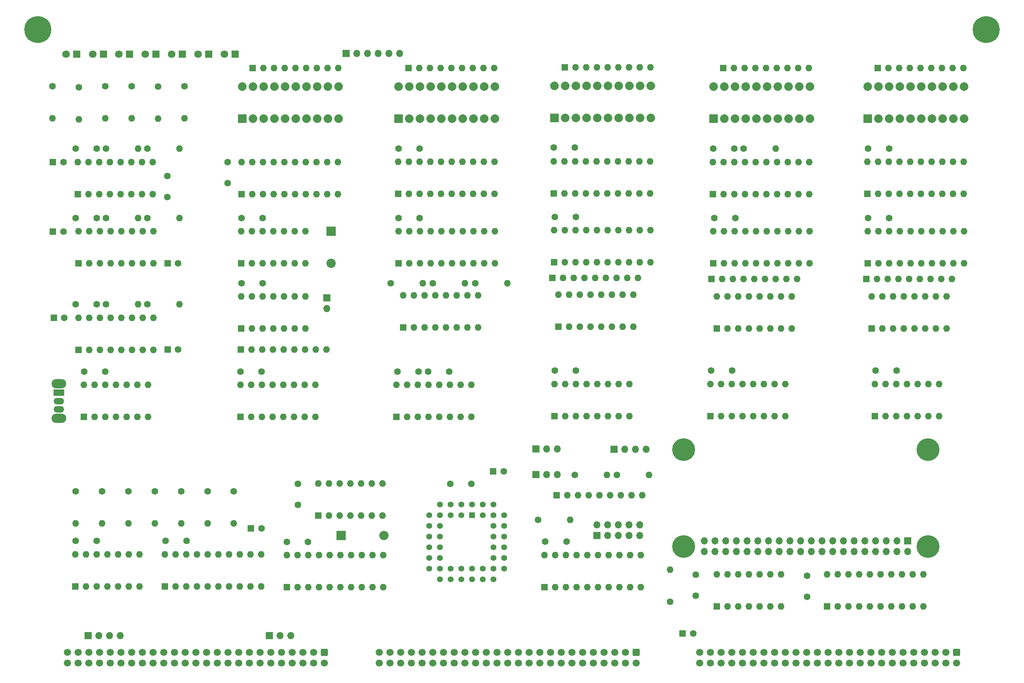
<source format=gbr>
%TF.GenerationSoftware,KiCad,Pcbnew,(6.0.11)*%
%TF.CreationDate,2024-03-10T14:23:24-04:00*%
%TF.ProjectId,input-output.SelfHost,696e7075-742d-46f7-9574-7075742e5365,rev?*%
%TF.SameCoordinates,Original*%
%TF.FileFunction,Soldermask,Bot*%
%TF.FilePolarity,Negative*%
%FSLAX46Y46*%
G04 Gerber Fmt 4.6, Leading zero omitted, Abs format (unit mm)*
G04 Created by KiCad (PCBNEW (6.0.11)) date 2024-03-10 14:23:24*
%MOMM*%
%LPD*%
G01*
G04 APERTURE LIST*
G04 Aperture macros list*
%AMRoundRect*
0 Rectangle with rounded corners*
0 $1 Rounding radius*
0 $2 $3 $4 $5 $6 $7 $8 $9 X,Y pos of 4 corners*
0 Add a 4 corners polygon primitive as box body*
4,1,4,$2,$3,$4,$5,$6,$7,$8,$9,$2,$3,0*
0 Add four circle primitives for the rounded corners*
1,1,$1+$1,$2,$3*
1,1,$1+$1,$4,$5*
1,1,$1+$1,$6,$7*
1,1,$1+$1,$8,$9*
0 Add four rect primitives between the rounded corners*
20,1,$1+$1,$2,$3,$4,$5,0*
20,1,$1+$1,$4,$5,$6,$7,0*
20,1,$1+$1,$6,$7,$8,$9,0*
20,1,$1+$1,$8,$9,$2,$3,0*%
G04 Aperture macros list end*
%ADD10C,6.400000*%
%ADD11RoundRect,0.250000X-0.600000X0.600000X-0.600000X-0.600000X0.600000X-0.600000X0.600000X0.600000X0*%
%ADD12C,1.700000*%
%ADD13C,1.600000*%
%ADD14O,1.600000X1.600000*%
%ADD15R,1.600000X1.600000*%
%ADD16R,1.800000X1.800000*%
%ADD17C,1.800000*%
%ADD18R,2.032000X2.032000*%
%ADD19C,2.032000*%
%ADD20R,1.700000X1.700000*%
%ADD21O,1.700000X1.700000*%
%ADD22C,5.400000*%
%ADD23R,2.200000X2.200000*%
%ADD24O,2.200000X2.200000*%
%ADD25R,1.422400X1.422400*%
%ADD26C,1.422400*%
%ADD27O,3.500000X2.200000*%
%ADD28R,2.500000X1.500000*%
%ADD29O,2.500000X1.500000*%
G04 APERTURE END LIST*
D10*
%TO.C,H2*%
X265000000Y-75000000D03*
%TD*%
%TO.C,H1*%
X40000000Y-75000000D03*
%TD*%
D11*
%TO.C,P2*%
X182000000Y-223000000D03*
D12*
X182000000Y-225540000D03*
X179460000Y-223000000D03*
X179460000Y-225540000D03*
X176920000Y-223000000D03*
X176920000Y-225540000D03*
X174380000Y-223000000D03*
X174380000Y-225540000D03*
X171840000Y-223000000D03*
X171840000Y-225540000D03*
X169300000Y-223000000D03*
X169300000Y-225540000D03*
X166760000Y-223000000D03*
X166760000Y-225540000D03*
X164220000Y-223000000D03*
X164220000Y-225540000D03*
X161680000Y-223000000D03*
X161680000Y-225540000D03*
X159140000Y-223000000D03*
X159140000Y-225540000D03*
X156600000Y-223000000D03*
X156600000Y-225540000D03*
X154060000Y-223000000D03*
X154060000Y-225540000D03*
X151520000Y-223000000D03*
X151520000Y-225540000D03*
X148980000Y-223000000D03*
X148980000Y-225540000D03*
X146440000Y-223000000D03*
X146440000Y-225540000D03*
X143900000Y-223000000D03*
X143900000Y-225540000D03*
X141360000Y-223000000D03*
X141360000Y-225540000D03*
X138820000Y-223000000D03*
X138820000Y-225540000D03*
X136280000Y-223000000D03*
X136280000Y-225540000D03*
X133740000Y-223000000D03*
X133740000Y-225540000D03*
X131200000Y-223000000D03*
X131200000Y-225540000D03*
X128660000Y-223000000D03*
X128660000Y-225540000D03*
X126120000Y-223000000D03*
X126120000Y-225540000D03*
X123580000Y-223000000D03*
X123580000Y-225540000D03*
X121040000Y-223000000D03*
X121040000Y-225540000D03*
%TD*%
D11*
%TO.C,P3*%
X258000000Y-223000000D03*
D12*
X258000000Y-225540000D03*
X255460000Y-223000000D03*
X255460000Y-225540000D03*
X252920000Y-223000000D03*
X252920000Y-225540000D03*
X250380000Y-223000000D03*
X250380000Y-225540000D03*
X247840000Y-223000000D03*
X247840000Y-225540000D03*
X245300000Y-223000000D03*
X245300000Y-225540000D03*
X242760000Y-223000000D03*
X242760000Y-225540000D03*
X240220000Y-223000000D03*
X240220000Y-225540000D03*
X237680000Y-223000000D03*
X237680000Y-225540000D03*
X235140000Y-223000000D03*
X235140000Y-225540000D03*
X232600000Y-223000000D03*
X232600000Y-225540000D03*
X230060000Y-223000000D03*
X230060000Y-225540000D03*
X227520000Y-223000000D03*
X227520000Y-225540000D03*
X224980000Y-223000000D03*
X224980000Y-225540000D03*
X222440000Y-223000000D03*
X222440000Y-225540000D03*
X219900000Y-223000000D03*
X219900000Y-225540000D03*
X217360000Y-223000000D03*
X217360000Y-225540000D03*
X214820000Y-223000000D03*
X214820000Y-225540000D03*
X212280000Y-223000000D03*
X212280000Y-225540000D03*
X209740000Y-223000000D03*
X209740000Y-225540000D03*
X207200000Y-223000000D03*
X207200000Y-225540000D03*
X204660000Y-223000000D03*
X204660000Y-225540000D03*
X202120000Y-223000000D03*
X202120000Y-225540000D03*
X199580000Y-223000000D03*
X199580000Y-225540000D03*
X197040000Y-223000000D03*
X197040000Y-225540000D03*
%TD*%
D11*
%TO.C,P1*%
X108000000Y-223000000D03*
D12*
X108000000Y-225540000D03*
X105460000Y-223000000D03*
X105460000Y-225540000D03*
X102920000Y-223000000D03*
X102920000Y-225540000D03*
X100380000Y-223000000D03*
X100380000Y-225540000D03*
X97840000Y-223000000D03*
X97840000Y-225540000D03*
X95300000Y-223000000D03*
X95300000Y-225540000D03*
X92760000Y-223000000D03*
X92760000Y-225540000D03*
X90220000Y-223000000D03*
X90220000Y-225540000D03*
X87680000Y-223000000D03*
X87680000Y-225540000D03*
X85140000Y-223000000D03*
X85140000Y-225540000D03*
X82600000Y-223000000D03*
X82600000Y-225540000D03*
X80060000Y-223000000D03*
X80060000Y-225540000D03*
X77520000Y-223000000D03*
X77520000Y-225540000D03*
X74980000Y-223000000D03*
X74980000Y-225540000D03*
X72440000Y-223000000D03*
X72440000Y-225540000D03*
X69900000Y-223000000D03*
X69900000Y-225540000D03*
X67360000Y-223000000D03*
X67360000Y-225540000D03*
X64820000Y-223000000D03*
X64820000Y-225540000D03*
X62280000Y-223000000D03*
X62280000Y-225540000D03*
X59740000Y-223000000D03*
X59740000Y-225540000D03*
X57200000Y-223000000D03*
X57200000Y-225540000D03*
X54660000Y-223000000D03*
X54660000Y-225540000D03*
X52120000Y-223000000D03*
X52120000Y-225540000D03*
X49580000Y-223000000D03*
X49580000Y-225540000D03*
X47040000Y-223000000D03*
X47040000Y-225540000D03*
%TD*%
D13*
%TO.C,R7*%
X61500000Y-184690000D03*
D14*
X61500000Y-192310000D03*
%TD*%
D13*
%TO.C,R18*%
X123690000Y-135250000D03*
D14*
X131310000Y-135250000D03*
%TD*%
D15*
%TO.C,SW3*%
X126700000Y-145767500D03*
D14*
X129240000Y-145767500D03*
X131780000Y-145767500D03*
X134320000Y-145767500D03*
X136860000Y-145767500D03*
X139400000Y-145767500D03*
X141940000Y-145767500D03*
X144480000Y-145767500D03*
X144480000Y-138147500D03*
X141940000Y-138147500D03*
X139400000Y-138147500D03*
X136860000Y-138147500D03*
X134320000Y-138147500D03*
X131780000Y-138147500D03*
X129240000Y-138147500D03*
X126700000Y-138147500D03*
%TD*%
D13*
%TO.C,C29*%
X125600000Y-119750000D03*
X130600000Y-119750000D03*
%TD*%
D16*
%TO.C,D6*%
X74290000Y-80850000D03*
D17*
X71750000Y-80850000D03*
%TD*%
D18*
%TO.C,BAR4*%
X125600000Y-96155000D03*
D19*
X128140000Y-96155000D03*
X130680000Y-96155000D03*
X133220000Y-96155000D03*
X135760000Y-96155000D03*
X138300000Y-96155000D03*
X140840000Y-96155000D03*
X143380000Y-96155000D03*
X145920000Y-96155000D03*
X148460000Y-96155000D03*
X148460000Y-88535000D03*
X145920000Y-88535000D03*
X143380000Y-88535000D03*
X140840000Y-88535000D03*
X138300000Y-88535000D03*
X135760000Y-88535000D03*
X133220000Y-88535000D03*
X130680000Y-88535000D03*
X128140000Y-88535000D03*
X125600000Y-88535000D03*
%TD*%
D20*
%TO.C,J1*%
X246400000Y-196500000D03*
D21*
X246400000Y-199040000D03*
X243860000Y-196500000D03*
X243860000Y-199040000D03*
X241320000Y-196500000D03*
X241320000Y-199040000D03*
X238780000Y-196500000D03*
X238780000Y-199040000D03*
X236240000Y-196500000D03*
X236240000Y-199040000D03*
X233700000Y-196500000D03*
X233700000Y-199040000D03*
X231160000Y-196500000D03*
X231160000Y-199040000D03*
X228620000Y-196500000D03*
X228620000Y-199040000D03*
X226080000Y-196500000D03*
X226080000Y-199040000D03*
X223540000Y-196500000D03*
X223540000Y-199040000D03*
X221000000Y-196500000D03*
X221000000Y-199040000D03*
X218460000Y-196500000D03*
X218460000Y-199040000D03*
X215920000Y-196500000D03*
X215920000Y-199040000D03*
X213380000Y-196500000D03*
X213380000Y-199040000D03*
X210840000Y-196500000D03*
X210840000Y-199040000D03*
X208300000Y-196500000D03*
X208300000Y-199040000D03*
X205760000Y-196500000D03*
X205760000Y-199040000D03*
X203220000Y-196500000D03*
X203220000Y-199040000D03*
X200680000Y-196500000D03*
X200680000Y-199040000D03*
X198140000Y-196500000D03*
X198140000Y-199040000D03*
D22*
X251250000Y-197800000D03*
X193250000Y-197800000D03*
X251250000Y-174800000D03*
X193250000Y-174800000D03*
%TD*%
D15*
%TO.C,C15*%
X43794900Y-143500000D03*
D13*
X46294900Y-143500000D03*
%TD*%
%TO.C,C36*%
X49000000Y-140250000D03*
X54000000Y-140250000D03*
%TD*%
%TO.C,R2*%
X167440000Y-180790000D03*
D14*
X175060000Y-180790000D03*
%TD*%
D15*
%TO.C,U7*%
X125600000Y-130500000D03*
D14*
X128140000Y-130500000D03*
X130680000Y-130500000D03*
X133220000Y-130500000D03*
X135760000Y-130500000D03*
X138300000Y-130500000D03*
X140840000Y-130500000D03*
X143380000Y-130500000D03*
X145920000Y-130500000D03*
X148460000Y-130500000D03*
X148460000Y-122880000D03*
X145920000Y-122880000D03*
X143380000Y-122880000D03*
X140840000Y-122880000D03*
X138300000Y-122880000D03*
X135760000Y-122880000D03*
X133220000Y-122880000D03*
X130680000Y-122880000D03*
X128140000Y-122880000D03*
X125600000Y-122880000D03*
%TD*%
D15*
%TO.C,C22*%
X148044900Y-180000000D03*
D13*
X150544900Y-180000000D03*
%TD*%
%TO.C,C10*%
X142900000Y-182940000D03*
X137900000Y-182940000D03*
%TD*%
D15*
%TO.C,C34*%
X70794900Y-130500000D03*
D13*
X73294900Y-130500000D03*
%TD*%
D20*
%TO.C,J2*%
X176700000Y-174720000D03*
D21*
X179240000Y-174720000D03*
X181780000Y-174720000D03*
X184320000Y-174720000D03*
%TD*%
D15*
%TO.C,U24*%
X88225000Y-130500000D03*
D14*
X90765000Y-130500000D03*
X93305000Y-130500000D03*
X95845000Y-130500000D03*
X98385000Y-130500000D03*
X100925000Y-130500000D03*
X103465000Y-130500000D03*
X103465000Y-122880000D03*
X100925000Y-122880000D03*
X98385000Y-122880000D03*
X95845000Y-122880000D03*
X93305000Y-122880000D03*
X90765000Y-122880000D03*
X88225000Y-122880000D03*
%TD*%
D16*
%TO.C,D1*%
X49250000Y-80850000D03*
D17*
X46710000Y-80850000D03*
%TD*%
D13*
%TO.C,R28*%
X158690000Y-191500000D03*
D14*
X166310000Y-191500000D03*
%TD*%
D13*
%TO.C,C14*%
X160425000Y-196650000D03*
X165425000Y-196650000D03*
%TD*%
%TO.C,C7*%
X162450000Y-103000000D03*
X167450000Y-103000000D03*
%TD*%
%TO.C,R25*%
X66000000Y-140250000D03*
D14*
X73620000Y-140250000D03*
%TD*%
D15*
%TO.C,C20*%
X193000000Y-218500000D03*
D13*
X195500000Y-218500000D03*
%TD*%
D15*
%TO.C,RR8*%
X199825000Y-134250000D03*
D14*
X202365000Y-134250000D03*
X204905000Y-134250000D03*
X207445000Y-134250000D03*
X209985000Y-134250000D03*
X212525000Y-134250000D03*
X215065000Y-134250000D03*
X217605000Y-134250000D03*
X220145000Y-134250000D03*
%TD*%
D15*
%TO.C,U20*%
X88100000Y-167000000D03*
D14*
X90640000Y-167000000D03*
X93180000Y-167000000D03*
X95720000Y-167000000D03*
X98260000Y-167000000D03*
X100800000Y-167000000D03*
X103340000Y-167000000D03*
X105880000Y-167000000D03*
X105880000Y-159380000D03*
X103340000Y-159380000D03*
X100800000Y-159380000D03*
X98260000Y-159380000D03*
X95720000Y-159380000D03*
X93180000Y-159380000D03*
X90640000Y-159380000D03*
X88100000Y-159380000D03*
%TD*%
D15*
%TO.C,U23*%
X238625000Y-166800000D03*
D14*
X241165000Y-166800000D03*
X243705000Y-166800000D03*
X246245000Y-166800000D03*
X248785000Y-166800000D03*
X251325000Y-166800000D03*
X253865000Y-166800000D03*
X253865000Y-159180000D03*
X251325000Y-159180000D03*
X248785000Y-159180000D03*
X246245000Y-159180000D03*
X243705000Y-159180000D03*
X241165000Y-159180000D03*
X238625000Y-159180000D03*
%TD*%
D15*
%TO.C,U28*%
X106575000Y-190500000D03*
D14*
X109115000Y-190500000D03*
X111655000Y-190500000D03*
X114195000Y-190500000D03*
X116735000Y-190500000D03*
X119275000Y-190500000D03*
X121815000Y-190500000D03*
X121815000Y-182880000D03*
X119275000Y-182880000D03*
X116735000Y-182880000D03*
X114195000Y-182880000D03*
X111655000Y-182880000D03*
X109115000Y-182880000D03*
X106575000Y-182880000D03*
%TD*%
D15*
%TO.C,U21*%
X160250000Y-207450000D03*
D14*
X162790000Y-207450000D03*
X165330000Y-207450000D03*
X167870000Y-207450000D03*
X170410000Y-207450000D03*
X172950000Y-207450000D03*
X175490000Y-207450000D03*
X178030000Y-207450000D03*
X180570000Y-207450000D03*
X183110000Y-207450000D03*
X183110000Y-199830000D03*
X180570000Y-199830000D03*
X178030000Y-199830000D03*
X175490000Y-199830000D03*
X172950000Y-199830000D03*
X170410000Y-199830000D03*
X167870000Y-199830000D03*
X165330000Y-199830000D03*
X162790000Y-199830000D03*
X160250000Y-199830000D03*
%TD*%
D15*
%TO.C,U4*%
X236927500Y-130500000D03*
D14*
X239467500Y-130500000D03*
X242007500Y-130500000D03*
X244547500Y-130500000D03*
X247087500Y-130500000D03*
X249627500Y-130500000D03*
X252167500Y-130500000D03*
X254707500Y-130500000D03*
X257247500Y-130500000D03*
X259787500Y-130500000D03*
X259787500Y-122880000D03*
X257247500Y-122880000D03*
X254707500Y-122880000D03*
X252167500Y-122880000D03*
X249627500Y-122880000D03*
X247087500Y-122880000D03*
X244547500Y-122880000D03*
X242007500Y-122880000D03*
X239467500Y-122880000D03*
X236927500Y-122880000D03*
%TD*%
D13*
%TO.C,C3*%
X238750000Y-156000000D03*
X243750000Y-156000000D03*
%TD*%
%TO.C,R24*%
X65940000Y-103250000D03*
D14*
X73560000Y-103250000D03*
%TD*%
D13*
%TO.C,C9*%
X196125000Y-204550000D03*
X196125000Y-209550000D03*
%TD*%
D15*
%TO.C,SW2*%
X237850000Y-146017500D03*
D14*
X240390000Y-146017500D03*
X242930000Y-146017500D03*
X245470000Y-146017500D03*
X248010000Y-146017500D03*
X250550000Y-146017500D03*
X253090000Y-146017500D03*
X255630000Y-146017500D03*
X255630000Y-138397500D03*
X253090000Y-138397500D03*
X250550000Y-138397500D03*
X248010000Y-138397500D03*
X245470000Y-138397500D03*
X242930000Y-138397500D03*
X240390000Y-138397500D03*
X237850000Y-138397500D03*
%TD*%
D13*
%TO.C,C37*%
X88350000Y-119750000D03*
X93350000Y-119750000D03*
%TD*%
D20*
%TO.C,J9*%
X94975000Y-219000000D03*
D21*
X97515000Y-219000000D03*
X100055000Y-219000000D03*
%TD*%
D13*
%TO.C,R1*%
X49000000Y-184690000D03*
D14*
X49000000Y-192310000D03*
%TD*%
D15*
%TO.C,U18*%
X162600000Y-166800000D03*
D14*
X165140000Y-166800000D03*
X167680000Y-166800000D03*
X170220000Y-166800000D03*
X172760000Y-166800000D03*
X175300000Y-166800000D03*
X177840000Y-166800000D03*
X180380000Y-166800000D03*
X180380000Y-159180000D03*
X177840000Y-159180000D03*
X175300000Y-159180000D03*
X172760000Y-159180000D03*
X170220000Y-159180000D03*
X167680000Y-159180000D03*
X165140000Y-159180000D03*
X162600000Y-159180000D03*
%TD*%
D15*
%TO.C,U12*%
X88322500Y-114100000D03*
D14*
X90862500Y-114100000D03*
X93402500Y-114100000D03*
X95942500Y-114100000D03*
X98482500Y-114100000D03*
X101022500Y-114100000D03*
X103562500Y-114100000D03*
X106102500Y-114100000D03*
X108642500Y-114100000D03*
X111182500Y-114100000D03*
X111182500Y-106480000D03*
X108642500Y-106480000D03*
X106102500Y-106480000D03*
X103562500Y-106480000D03*
X101022500Y-106480000D03*
X98482500Y-106480000D03*
X95942500Y-106480000D03*
X93402500Y-106480000D03*
X90862500Y-106480000D03*
X88322500Y-106480000D03*
%TD*%
D15*
%TO.C,U10*%
X162422500Y-113900000D03*
D14*
X164962500Y-113900000D03*
X167502500Y-113900000D03*
X170042500Y-113900000D03*
X172582500Y-113900000D03*
X175122500Y-113900000D03*
X177662500Y-113900000D03*
X180202500Y-113900000D03*
X182742500Y-113900000D03*
X185282500Y-113900000D03*
X185282500Y-106280000D03*
X182742500Y-106280000D03*
X180202500Y-106280000D03*
X177662500Y-106280000D03*
X175122500Y-106280000D03*
X172582500Y-106280000D03*
X170042500Y-106280000D03*
X167502500Y-106280000D03*
X164962500Y-106280000D03*
X162422500Y-106280000D03*
%TD*%
D13*
%TO.C,C19*%
X200500000Y-119750000D03*
X205500000Y-119750000D03*
%TD*%
%TO.C,R19*%
X133690000Y-135250000D03*
D14*
X141310000Y-135250000D03*
%TD*%
D13*
%TO.C,C6*%
X125600000Y-103250000D03*
X130600000Y-103250000D03*
%TD*%
D15*
%TO.C,U14*%
X227250000Y-212050000D03*
D14*
X229790000Y-212050000D03*
X232330000Y-212050000D03*
X234870000Y-212050000D03*
X237410000Y-212050000D03*
X239950000Y-212050000D03*
X242490000Y-212050000D03*
X245030000Y-212050000D03*
X247570000Y-212050000D03*
X250110000Y-212050000D03*
X250110000Y-204430000D03*
X247570000Y-204430000D03*
X245030000Y-204430000D03*
X242490000Y-204430000D03*
X239950000Y-204430000D03*
X237410000Y-204430000D03*
X234870000Y-204430000D03*
X232330000Y-204430000D03*
X229790000Y-204430000D03*
X227250000Y-204430000D03*
%TD*%
D15*
%TO.C,RR9*%
X162075000Y-134000000D03*
D14*
X164615000Y-134000000D03*
X167155000Y-134000000D03*
X169695000Y-134000000D03*
X172235000Y-134000000D03*
X174775000Y-134000000D03*
X177315000Y-134000000D03*
X179855000Y-134000000D03*
X182395000Y-134000000D03*
%TD*%
D20*
%TO.C,P7*%
X51950000Y-219000000D03*
D21*
X54490000Y-219000000D03*
X57030000Y-219000000D03*
X59570000Y-219000000D03*
%TD*%
D15*
%TO.C,SW_HEX_3_1*%
X163550000Y-145567500D03*
D14*
X166090000Y-145567500D03*
X168630000Y-145567500D03*
X171170000Y-145567500D03*
X173710000Y-145567500D03*
X176250000Y-145567500D03*
X178790000Y-145567500D03*
X181330000Y-145567500D03*
X181330000Y-137947500D03*
X178790000Y-137947500D03*
X176250000Y-137947500D03*
X173710000Y-137947500D03*
X171170000Y-137947500D03*
X168630000Y-137947500D03*
X166090000Y-137947500D03*
X163550000Y-137947500D03*
%TD*%
D23*
%TO.C,D2*%
X109600000Y-122890000D03*
D24*
X109600000Y-130510000D03*
%TD*%
D15*
%TO.C,RR2*%
X202675000Y-84155000D03*
D14*
X205215000Y-84155000D03*
X207755000Y-84155000D03*
X210295000Y-84155000D03*
X212835000Y-84155000D03*
X215375000Y-84155000D03*
X217915000Y-84155000D03*
X220455000Y-84155000D03*
X222995000Y-84155000D03*
%TD*%
D13*
%TO.C,C18*%
X85000000Y-106500000D03*
X85000000Y-111500000D03*
%TD*%
D18*
%TO.C,BAR1*%
X236927500Y-96155000D03*
D19*
X239467500Y-96155000D03*
X242007500Y-96155000D03*
X244547500Y-96155000D03*
X247087500Y-96155000D03*
X249627500Y-96155000D03*
X252167500Y-96155000D03*
X254707500Y-96155000D03*
X257247500Y-96155000D03*
X259787500Y-96155000D03*
X259787500Y-88535000D03*
X257247500Y-88535000D03*
X254707500Y-88535000D03*
X252167500Y-88535000D03*
X249627500Y-88535000D03*
X247087500Y-88535000D03*
X244547500Y-88535000D03*
X242007500Y-88535000D03*
X239467500Y-88535000D03*
X236927500Y-88535000D03*
%TD*%
D15*
%TO.C,C16*%
X43544900Y-123000000D03*
D13*
X46044900Y-123000000D03*
%TD*%
D15*
%TO.C,U22*%
X88225000Y-146050000D03*
D14*
X90765000Y-146050000D03*
X93305000Y-146050000D03*
X95845000Y-146050000D03*
X98385000Y-146050000D03*
X100925000Y-146050000D03*
X103465000Y-146050000D03*
X103465000Y-138430000D03*
X100925000Y-138430000D03*
X98385000Y-138430000D03*
X95845000Y-138430000D03*
X93305000Y-138430000D03*
X90765000Y-138430000D03*
X88225000Y-138430000D03*
%TD*%
D13*
%TO.C,C28*%
X88350000Y-135250000D03*
X93350000Y-135250000D03*
%TD*%
%TO.C,R21*%
X56130000Y-103250000D03*
D14*
X63750000Y-103250000D03*
%TD*%
D13*
%TO.C,R14*%
X49750000Y-88690000D03*
D14*
X49750000Y-96310000D03*
%TD*%
D13*
%TO.C,C26*%
X162700000Y-119500000D03*
X167700000Y-119500000D03*
%TD*%
D15*
%TO.C,C21*%
X90544900Y-193500000D03*
D13*
X93044900Y-193500000D03*
%TD*%
%TO.C,C12*%
X99089800Y-196750000D03*
X104089800Y-196750000D03*
%TD*%
D15*
%TO.C,RR1*%
X239325000Y-84155000D03*
D14*
X241865000Y-84155000D03*
X244405000Y-84155000D03*
X246945000Y-84155000D03*
X249485000Y-84155000D03*
X252025000Y-84155000D03*
X254565000Y-84155000D03*
X257105000Y-84155000D03*
X259645000Y-84155000D03*
%TD*%
D15*
%TO.C,RR4*%
X127925000Y-84155000D03*
D14*
X130465000Y-84155000D03*
X133005000Y-84155000D03*
X135545000Y-84155000D03*
X138085000Y-84155000D03*
X140625000Y-84155000D03*
X143165000Y-84155000D03*
X145705000Y-84155000D03*
X148245000Y-84155000D03*
%TD*%
D13*
%TO.C,R17*%
X74750000Y-88440000D03*
D14*
X74750000Y-96060000D03*
%TD*%
D15*
%TO.C,U6*%
X162525000Y-130300000D03*
D14*
X165065000Y-130300000D03*
X167605000Y-130300000D03*
X170145000Y-130300000D03*
X172685000Y-130300000D03*
X175225000Y-130300000D03*
X177765000Y-130300000D03*
X180305000Y-130300000D03*
X182845000Y-130300000D03*
X185385000Y-130300000D03*
X185385000Y-122680000D03*
X182845000Y-122680000D03*
X180305000Y-122680000D03*
X177765000Y-122680000D03*
X175225000Y-122680000D03*
X172685000Y-122680000D03*
X170145000Y-122680000D03*
X167605000Y-122680000D03*
X165065000Y-122680000D03*
X162525000Y-122680000D03*
%TD*%
D13*
%TO.C,R9*%
X74000000Y-184690000D03*
D14*
X74000000Y-192310000D03*
%TD*%
D13*
%TO.C,C35*%
X88100000Y-156250000D03*
X93100000Y-156250000D03*
%TD*%
%TO.C,R15*%
X207500000Y-103250000D03*
D14*
X215120000Y-103250000D03*
%TD*%
D20*
%TO.C,J5*%
X158200000Y-180700000D03*
D21*
X160740000Y-180700000D03*
X163280000Y-180700000D03*
%TD*%
D15*
%TO.C,RR3*%
X165025000Y-83955000D03*
D14*
X167565000Y-83955000D03*
X170105000Y-83955000D03*
X172645000Y-83955000D03*
X175185000Y-83955000D03*
X177725000Y-83955000D03*
X180265000Y-83955000D03*
X182805000Y-83955000D03*
X185345000Y-83955000D03*
%TD*%
D13*
%TO.C,R3*%
X177440000Y-180790000D03*
D14*
X185060000Y-180790000D03*
%TD*%
D15*
%TO.C,C13*%
X43544900Y-106500000D03*
D13*
X46044900Y-106500000D03*
%TD*%
D20*
%TO.C,JP1*%
X108600000Y-138725000D03*
D21*
X108600000Y-141265000D03*
%TD*%
D20*
%TO.C,SW1*%
X172675000Y-195175000D03*
D21*
X172675000Y-192635000D03*
X175215000Y-195175000D03*
X175215000Y-192635000D03*
X177755000Y-195175000D03*
X177755000Y-192635000D03*
X180295000Y-195175000D03*
X180295000Y-192635000D03*
X182835000Y-195175000D03*
X182835000Y-192635000D03*
%TD*%
D13*
%TO.C,C1*%
X48964800Y-196500000D03*
X53964800Y-196500000D03*
%TD*%
D16*
%TO.C,D5*%
X68040000Y-80850000D03*
D17*
X65500000Y-80850000D03*
%TD*%
D13*
%TO.C,R23*%
X56190000Y-119750000D03*
D14*
X63810000Y-119750000D03*
%TD*%
D23*
%TO.C,D9*%
X111920000Y-195200000D03*
D24*
X122080000Y-195200000D03*
%TD*%
D18*
%TO.C,BAR2*%
X200350000Y-96155000D03*
D19*
X202890000Y-96155000D03*
X205430000Y-96155000D03*
X207970000Y-96155000D03*
X210510000Y-96155000D03*
X213050000Y-96155000D03*
X215590000Y-96155000D03*
X218130000Y-96155000D03*
X220670000Y-96155000D03*
X223210000Y-96155000D03*
X223210000Y-88535000D03*
X220670000Y-88535000D03*
X218130000Y-88535000D03*
X215590000Y-88535000D03*
X213050000Y-88535000D03*
X210510000Y-88535000D03*
X207970000Y-88535000D03*
X205430000Y-88535000D03*
X202890000Y-88535000D03*
X200350000Y-88535000D03*
%TD*%
D13*
%TO.C,C25*%
X237000000Y-103250000D03*
X242000000Y-103250000D03*
%TD*%
%TO.C,R20*%
X143750000Y-135250000D03*
D14*
X151370000Y-135250000D03*
%TD*%
D15*
%TO.C,SW_HEX_1_1*%
X201100000Y-146000000D03*
D14*
X203640000Y-146000000D03*
X206180000Y-146000000D03*
X208720000Y-146000000D03*
X211260000Y-146000000D03*
X213800000Y-146000000D03*
X216340000Y-146000000D03*
X218880000Y-146000000D03*
X218880000Y-138380000D03*
X216340000Y-138380000D03*
X213800000Y-138380000D03*
X211260000Y-138380000D03*
X208720000Y-138380000D03*
X206180000Y-138380000D03*
X203640000Y-138380000D03*
X201100000Y-138380000D03*
%TD*%
D13*
%TO.C,C4*%
X49000000Y-119750000D03*
X54000000Y-119750000D03*
%TD*%
%TO.C,C2*%
X132600000Y-156250000D03*
X137600000Y-156250000D03*
%TD*%
D15*
%TO.C,U5*%
X200247500Y-130500000D03*
D14*
X202787500Y-130500000D03*
X205327500Y-130500000D03*
X207867500Y-130500000D03*
X210407500Y-130500000D03*
X212947500Y-130500000D03*
X215487500Y-130500000D03*
X218027500Y-130500000D03*
X220567500Y-130500000D03*
X223107500Y-130500000D03*
X223107500Y-122880000D03*
X220567500Y-122880000D03*
X218027500Y-122880000D03*
X215487500Y-122880000D03*
X212947500Y-122880000D03*
X210407500Y-122880000D03*
X207867500Y-122880000D03*
X205327500Y-122880000D03*
X202787500Y-122880000D03*
X200247500Y-122880000D03*
%TD*%
D13*
%TO.C,R13*%
X43500000Y-88440000D03*
D14*
X43500000Y-96060000D03*
%TD*%
D16*
%TO.C,D3*%
X55540000Y-80850000D03*
D17*
X53000000Y-80850000D03*
%TD*%
D15*
%TO.C,U16*%
X50875000Y-167050000D03*
D14*
X53415000Y-167050000D03*
X55955000Y-167050000D03*
X58495000Y-167050000D03*
X61035000Y-167050000D03*
X63575000Y-167050000D03*
X66115000Y-167050000D03*
X66115000Y-159430000D03*
X63575000Y-159430000D03*
X61035000Y-159430000D03*
X58495000Y-159430000D03*
X55955000Y-159430000D03*
X53415000Y-159430000D03*
X50875000Y-159430000D03*
%TD*%
D15*
%TO.C,U1*%
X48839800Y-207300000D03*
D14*
X51379800Y-207300000D03*
X53919800Y-207300000D03*
X56459800Y-207300000D03*
X58999800Y-207300000D03*
X61539800Y-207300000D03*
X64079800Y-207300000D03*
X64079800Y-199680000D03*
X61539800Y-199680000D03*
X58999800Y-199680000D03*
X56459800Y-199680000D03*
X53919800Y-199680000D03*
X51379800Y-199680000D03*
X48839800Y-199680000D03*
%TD*%
D13*
%TO.C,R22*%
X56190000Y-140250000D03*
D14*
X63810000Y-140250000D03*
%TD*%
D15*
%TO.C,U19*%
X125100000Y-167050000D03*
D14*
X127640000Y-167050000D03*
X130180000Y-167050000D03*
X132720000Y-167050000D03*
X135260000Y-167050000D03*
X137800000Y-167050000D03*
X140340000Y-167050000D03*
X142880000Y-167050000D03*
X142880000Y-159430000D03*
X140340000Y-159430000D03*
X137800000Y-159430000D03*
X135260000Y-159430000D03*
X132720000Y-159430000D03*
X130180000Y-159430000D03*
X127640000Y-159430000D03*
X125100000Y-159430000D03*
%TD*%
D13*
%TO.C,R16*%
X62250000Y-88440000D03*
D14*
X62250000Y-96060000D03*
%TD*%
D15*
%TO.C,RR6*%
X88175000Y-151000000D03*
D14*
X90715000Y-151000000D03*
X93255000Y-151000000D03*
X95795000Y-151000000D03*
X98335000Y-151000000D03*
X100875000Y-151000000D03*
X103415000Y-151000000D03*
X105955000Y-151000000D03*
X108495000Y-151000000D03*
%TD*%
D13*
%TO.C,C11*%
X125350000Y-156250000D03*
X130350000Y-156250000D03*
%TD*%
D15*
%TO.C,C33*%
X70794900Y-151000000D03*
D13*
X73294900Y-151000000D03*
%TD*%
%TO.C,C17*%
X70264800Y-196500000D03*
X75264800Y-196500000D03*
%TD*%
%TO.C,C23*%
X48940000Y-103250000D03*
X53940000Y-103250000D03*
%TD*%
D15*
%TO.C,U2*%
X201125000Y-212050000D03*
D14*
X203665000Y-212050000D03*
X206205000Y-212050000D03*
X208745000Y-212050000D03*
X211285000Y-212050000D03*
X213825000Y-212050000D03*
X216365000Y-212050000D03*
X216365000Y-204430000D03*
X213825000Y-204430000D03*
X211285000Y-204430000D03*
X208745000Y-204430000D03*
X206205000Y-204430000D03*
X203665000Y-204430000D03*
X201125000Y-204430000D03*
%TD*%
D15*
%TO.C,U13*%
X99089800Y-207500000D03*
D14*
X101629800Y-207500000D03*
X104169800Y-207500000D03*
X106709800Y-207500000D03*
X109249800Y-207500000D03*
X111789800Y-207500000D03*
X114329800Y-207500000D03*
X116869800Y-207500000D03*
X119409800Y-207500000D03*
X121949800Y-207500000D03*
X121949800Y-199880000D03*
X119409800Y-199880000D03*
X116869800Y-199880000D03*
X114329800Y-199880000D03*
X111789800Y-199880000D03*
X109249800Y-199880000D03*
X106709800Y-199880000D03*
X104169800Y-199880000D03*
X101629800Y-199880000D03*
X99089800Y-199880000D03*
%TD*%
D13*
%TO.C,R26*%
X66000000Y-119750000D03*
D14*
X73620000Y-119750000D03*
%TD*%
D13*
%TO.C,C24*%
X237000000Y-119750000D03*
X242000000Y-119750000D03*
%TD*%
%TO.C,C38*%
X101700000Y-182900000D03*
X101700000Y-187900000D03*
%TD*%
%TO.C,C32*%
X70750000Y-114750000D03*
X70750000Y-109750000D03*
%TD*%
%TO.C,C30*%
X200250000Y-103250000D03*
X205250000Y-103250000D03*
%TD*%
%TO.C,R5*%
X56000000Y-88440000D03*
D14*
X56000000Y-96060000D03*
%TD*%
D13*
%TO.C,R8*%
X67750000Y-184690000D03*
D14*
X67750000Y-192310000D03*
%TD*%
D20*
%TO.C,J3*%
X158200000Y-174650000D03*
D21*
X160740000Y-174650000D03*
X163280000Y-174650000D03*
%TD*%
D16*
%TO.C,D8*%
X86790000Y-80850000D03*
D17*
X84250000Y-80850000D03*
%TD*%
D13*
%TO.C,R11*%
X86500000Y-184690000D03*
D14*
X86500000Y-192310000D03*
%TD*%
D13*
%TO.C,R27*%
X190000000Y-210910000D03*
D14*
X190000000Y-203290000D03*
%TD*%
D15*
%TO.C,U9*%
X200145000Y-114100000D03*
D14*
X202685000Y-114100000D03*
X205225000Y-114100000D03*
X207765000Y-114100000D03*
X210305000Y-114100000D03*
X212845000Y-114100000D03*
X215385000Y-114100000D03*
X217925000Y-114100000D03*
X220465000Y-114100000D03*
X223005000Y-114100000D03*
X223005000Y-106480000D03*
X220465000Y-106480000D03*
X217925000Y-106480000D03*
X215385000Y-106480000D03*
X212845000Y-106480000D03*
X210305000Y-106480000D03*
X207765000Y-106480000D03*
X205225000Y-106480000D03*
X202685000Y-106480000D03*
X200145000Y-106480000D03*
%TD*%
D15*
%TO.C,RR7*%
X236575000Y-134250000D03*
D14*
X239115000Y-134250000D03*
X241655000Y-134250000D03*
X244195000Y-134250000D03*
X246735000Y-134250000D03*
X249275000Y-134250000D03*
X251815000Y-134250000D03*
X254355000Y-134250000D03*
X256895000Y-134250000D03*
%TD*%
D15*
%TO.C,U27*%
X49600000Y-130550000D03*
D14*
X52140000Y-130550000D03*
X54680000Y-130550000D03*
X57220000Y-130550000D03*
X59760000Y-130550000D03*
X62300000Y-130550000D03*
X64840000Y-130550000D03*
X67380000Y-130550000D03*
X67380000Y-122930000D03*
X64840000Y-122930000D03*
X62300000Y-122930000D03*
X59760000Y-122930000D03*
X57220000Y-122930000D03*
X54680000Y-122930000D03*
X52140000Y-122930000D03*
X49600000Y-122930000D03*
%TD*%
D16*
%TO.C,D7*%
X80540000Y-80850000D03*
D17*
X78000000Y-80850000D03*
%TD*%
D15*
%TO.C,U8*%
X236825000Y-114050000D03*
D14*
X239365000Y-114050000D03*
X241905000Y-114050000D03*
X244445000Y-114050000D03*
X246985000Y-114050000D03*
X249525000Y-114050000D03*
X252065000Y-114050000D03*
X254605000Y-114050000D03*
X257145000Y-114050000D03*
X259685000Y-114050000D03*
X259685000Y-106430000D03*
X257145000Y-106430000D03*
X254605000Y-106430000D03*
X252065000Y-106430000D03*
X249525000Y-106430000D03*
X246985000Y-106430000D03*
X244445000Y-106430000D03*
X241905000Y-106430000D03*
X239365000Y-106430000D03*
X236825000Y-106430000D03*
%TD*%
D15*
%TO.C,U15*%
X70089800Y-207300000D03*
D14*
X72629800Y-207300000D03*
X75169800Y-207300000D03*
X77709800Y-207300000D03*
X80249800Y-207300000D03*
X82789800Y-207300000D03*
X85329800Y-207300000D03*
X87869800Y-207300000D03*
X90409800Y-207300000D03*
X92949800Y-207300000D03*
X92949800Y-199680000D03*
X90409800Y-199680000D03*
X87869800Y-199680000D03*
X85329800Y-199680000D03*
X82789800Y-199680000D03*
X80249800Y-199680000D03*
X77709800Y-199680000D03*
X75169800Y-199680000D03*
X72629800Y-199680000D03*
X70089800Y-199680000D03*
%TD*%
D13*
%TO.C,C5*%
X222500000Y-204750000D03*
X222500000Y-209750000D03*
%TD*%
D15*
%TO.C,U11*%
X125497500Y-114050000D03*
D14*
X128037500Y-114050000D03*
X130577500Y-114050000D03*
X133117500Y-114050000D03*
X135657500Y-114050000D03*
X138197500Y-114050000D03*
X140737500Y-114050000D03*
X143277500Y-114050000D03*
X145817500Y-114050000D03*
X148357500Y-114050000D03*
X148357500Y-106430000D03*
X145817500Y-106430000D03*
X143277500Y-106430000D03*
X140737500Y-106430000D03*
X138197500Y-106430000D03*
X135657500Y-106430000D03*
X133117500Y-106430000D03*
X130577500Y-106430000D03*
X128037500Y-106430000D03*
X125497500Y-106430000D03*
%TD*%
D13*
%TO.C,C31*%
X162700000Y-156000000D03*
X167700000Y-156000000D03*
%TD*%
D20*
%TO.C,J4*%
X113150000Y-80625000D03*
D21*
X115690000Y-80625000D03*
X118230000Y-80625000D03*
X120770000Y-80625000D03*
X123310000Y-80625000D03*
X125850000Y-80625000D03*
%TD*%
D18*
%TO.C,BAR3*%
X162627500Y-95955000D03*
D19*
X165167500Y-95955000D03*
X167707500Y-95955000D03*
X170247500Y-95955000D03*
X172787500Y-95955000D03*
X175327500Y-95955000D03*
X177867500Y-95955000D03*
X180407500Y-95955000D03*
X182947500Y-95955000D03*
X185487500Y-95955000D03*
X185487500Y-88335000D03*
X182947500Y-88335000D03*
X180407500Y-88335000D03*
X177867500Y-88335000D03*
X175327500Y-88335000D03*
X172787500Y-88335000D03*
X170247500Y-88335000D03*
X167707500Y-88335000D03*
X165167500Y-88335000D03*
X162627500Y-88335000D03*
%TD*%
D25*
%TO.C,U3*%
X143020000Y-190400000D03*
D26*
X140480000Y-187860000D03*
X140480000Y-190400000D03*
X137940000Y-187860000D03*
X137940000Y-190400000D03*
X135400000Y-187860000D03*
X132860000Y-190400000D03*
X135400000Y-190400000D03*
X132860000Y-192940000D03*
X135400000Y-192940000D03*
X132860000Y-195480000D03*
X135400000Y-195480000D03*
X132860000Y-198020000D03*
X135400000Y-198020000D03*
X132860000Y-200560000D03*
X135400000Y-200560000D03*
X132860000Y-203100000D03*
X135400000Y-205640000D03*
X135400000Y-203100000D03*
X137940000Y-205640000D03*
X137940000Y-203100000D03*
X140480000Y-205640000D03*
X140480000Y-203100000D03*
X143020000Y-205640000D03*
X143020000Y-203100000D03*
X145560000Y-205640000D03*
X145560000Y-203100000D03*
X148100000Y-205640000D03*
X150640000Y-203100000D03*
X148100000Y-203100000D03*
X150640000Y-200560000D03*
X148100000Y-200560000D03*
X150640000Y-198020000D03*
X148100000Y-198020000D03*
X150640000Y-195480000D03*
X148100000Y-195480000D03*
X150640000Y-192940000D03*
X148100000Y-192940000D03*
X150640000Y-190400000D03*
X148100000Y-187860000D03*
X148100000Y-190400000D03*
X145560000Y-187860000D03*
X145560000Y-190400000D03*
X143020000Y-187860000D03*
%TD*%
D13*
%TO.C,R12*%
X68500000Y-88500000D03*
D14*
X68500000Y-96120000D03*
%TD*%
D16*
%TO.C,D4*%
X61790000Y-80850000D03*
D17*
X59250000Y-80850000D03*
%TD*%
D13*
%TO.C,R6*%
X55250000Y-184690000D03*
D14*
X55250000Y-192310000D03*
%TD*%
D27*
%TO.C,T1*%
X44952500Y-167350000D03*
X44952500Y-159150000D03*
D28*
X44952500Y-161250000D03*
D29*
X44952500Y-163250000D03*
X44952500Y-165250000D03*
%TD*%
D18*
%TO.C,BAR5*%
X88527500Y-96155000D03*
D19*
X91067500Y-96155000D03*
X93607500Y-96155000D03*
X96147500Y-96155000D03*
X98687500Y-96155000D03*
X101227500Y-96155000D03*
X103767500Y-96155000D03*
X106307500Y-96155000D03*
X108847500Y-96155000D03*
X111387500Y-96155000D03*
X111387500Y-88535000D03*
X108847500Y-88535000D03*
X106307500Y-88535000D03*
X103767500Y-88535000D03*
X101227500Y-88535000D03*
X98687500Y-88535000D03*
X96147500Y-88535000D03*
X93607500Y-88535000D03*
X91067500Y-88535000D03*
X88527500Y-88535000D03*
%TD*%
D15*
%TO.C,U25*%
X49497500Y-114100000D03*
D14*
X52037500Y-114100000D03*
X54577500Y-114100000D03*
X57117500Y-114100000D03*
X59657500Y-114100000D03*
X62197500Y-114100000D03*
X64737500Y-114100000D03*
X67277500Y-114100000D03*
X67277500Y-106480000D03*
X64737500Y-106480000D03*
X62197500Y-106480000D03*
X59657500Y-106480000D03*
X57117500Y-106480000D03*
X54577500Y-106480000D03*
X52037500Y-106480000D03*
X49497500Y-106480000D03*
%TD*%
D15*
%TO.C,RN1*%
X163075000Y-185650000D03*
D14*
X165615000Y-185650000D03*
X168155000Y-185650000D03*
X170695000Y-185650000D03*
X173235000Y-185650000D03*
X175775000Y-185650000D03*
X178315000Y-185650000D03*
X180855000Y-185650000D03*
X183395000Y-185650000D03*
%TD*%
D13*
%TO.C,C27*%
X51000000Y-156250000D03*
X56000000Y-156250000D03*
%TD*%
%TO.C,R10*%
X80250000Y-184690000D03*
D14*
X80250000Y-192310000D03*
%TD*%
D13*
%TO.C,C8*%
X199750000Y-156000000D03*
X204750000Y-156000000D03*
%TD*%
D15*
%TO.C,U17*%
X199600000Y-166800000D03*
D14*
X202140000Y-166800000D03*
X204680000Y-166800000D03*
X207220000Y-166800000D03*
X209760000Y-166800000D03*
X212300000Y-166800000D03*
X214840000Y-166800000D03*
X217380000Y-166800000D03*
X217380000Y-159180000D03*
X214840000Y-159180000D03*
X212300000Y-159180000D03*
X209760000Y-159180000D03*
X207220000Y-159180000D03*
X204680000Y-159180000D03*
X202140000Y-159180000D03*
X199600000Y-159180000D03*
%TD*%
D15*
%TO.C,U26*%
X49600000Y-151050000D03*
D14*
X52140000Y-151050000D03*
X54680000Y-151050000D03*
X57220000Y-151050000D03*
X59760000Y-151050000D03*
X62300000Y-151050000D03*
X64840000Y-151050000D03*
X67380000Y-151050000D03*
X67380000Y-143430000D03*
X64840000Y-143430000D03*
X62300000Y-143430000D03*
X59760000Y-143430000D03*
X57220000Y-143430000D03*
X54680000Y-143430000D03*
X52140000Y-143430000D03*
X49600000Y-143430000D03*
%TD*%
D15*
%TO.C,RR5*%
X90925000Y-84155000D03*
D14*
X93465000Y-84155000D03*
X96005000Y-84155000D03*
X98545000Y-84155000D03*
X101085000Y-84155000D03*
X103625000Y-84155000D03*
X106165000Y-84155000D03*
X108705000Y-84155000D03*
X111245000Y-84155000D03*
%TD*%
M02*

</source>
